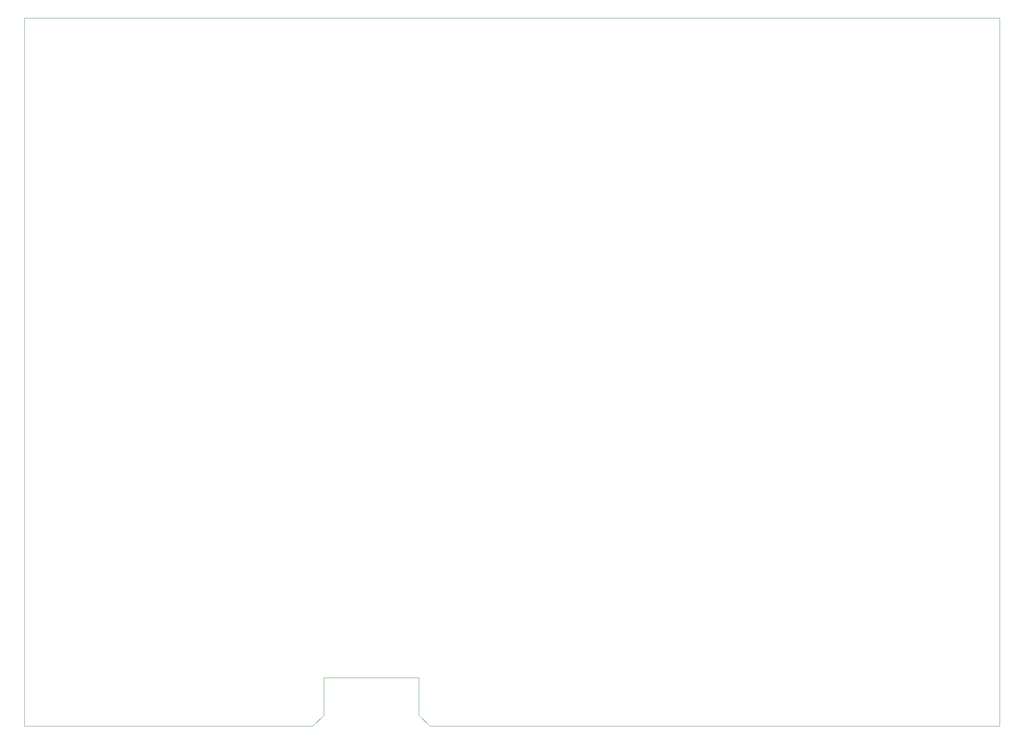
<source format=gbr>
%TF.GenerationSoftware,KiCad,Pcbnew,(6.0.4-0)*%
%TF.CreationDate,2024-04-14T14:43:09+10:00*%
%TF.ProjectId,256 word memory,32353620-776f-4726-9420-6d656d6f7279,rev?*%
%TF.SameCoordinates,Original*%
%TF.FileFunction,Profile,NP*%
%FSLAX46Y46*%
G04 Gerber Fmt 4.6, Leading zero omitted, Abs format (unit mm)*
G04 Created by KiCad (PCBNEW (6.0.4-0)) date 2024-04-14 14:43:09*
%MOMM*%
%LPD*%
G01*
G04 APERTURE LIST*
%TA.AperFunction,Profile*%
%ADD10C,0.050000*%
%TD*%
G04 APERTURE END LIST*
D10*
X19500000Y-20000000D02*
X20000000Y-20000000D01*
X239500000Y-180000000D02*
X111000000Y-180000000D01*
X149300000Y-20000000D02*
X73900000Y-20000000D01*
X239500000Y-180000000D02*
X239500000Y-20000000D01*
X20000000Y-180000000D02*
X84500000Y-180000000D01*
X87000000Y-169000000D02*
X108500000Y-169000000D01*
X108500000Y-177500000D02*
X111000000Y-180000000D01*
X20000000Y-180000000D02*
X19500000Y-180000000D01*
X239500000Y-20000000D02*
X149300000Y-20000000D01*
X19500000Y-180000000D02*
X19500000Y-20000000D01*
X87000000Y-177500000D02*
X87000000Y-169000000D01*
X20000000Y-20000000D02*
X73900000Y-20000000D01*
X84500000Y-180000000D02*
X87000000Y-177500000D01*
X108500000Y-169000000D02*
X108500000Y-177500000D01*
M02*

</source>
